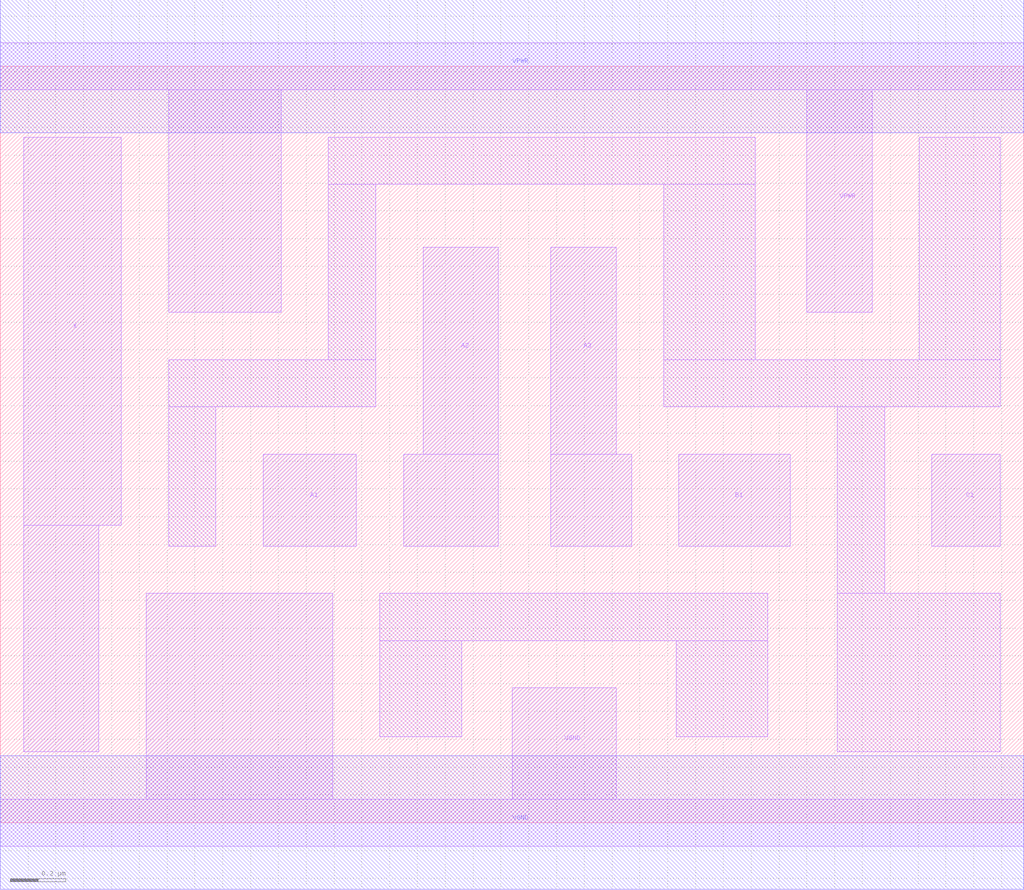
<source format=lef>
# Copyright 2020 The SkyWater PDK Authors
#
# Licensed under the Apache License, Version 2.0 (the "License");
# you may not use this file except in compliance with the License.
# You may obtain a copy of the License at
#
#     https://www.apache.org/licenses/LICENSE-2.0
#
# Unless required by applicable law or agreed to in writing, software
# distributed under the License is distributed on an "AS IS" BASIS,
# WITHOUT WARRANTIES OR CONDITIONS OF ANY KIND, either express or implied.
# See the License for the specific language governing permissions and
# limitations under the License.
#
# SPDX-License-Identifier: Apache-2.0

VERSION 5.5 ;
NAMESCASESENSITIVE ON ;
BUSBITCHARS "[]" ;
DIVIDERCHAR "/" ;
MACRO sky130_fd_sc_hd__o311a_1
  CLASS CORE ;
  SOURCE USER ;
  ORIGIN  0.000000  0.000000 ;
  SIZE  3.680000 BY  2.720000 ;
  SYMMETRY X Y R90 ;
  SITE unithd ;
  PIN A1
    ANTENNAGATEAREA  0.247500 ;
    DIRECTION INPUT ;
    USE SIGNAL ;
    PORT
      LAYER li1 ;
        RECT 0.945000 0.995000 1.280000 1.325000 ;
    END
  END A1
  PIN A2
    ANTENNAGATEAREA  0.247500 ;
    DIRECTION INPUT ;
    USE SIGNAL ;
    PORT
      LAYER li1 ;
        RECT 1.450000 0.995000 1.790000 1.325000 ;
        RECT 1.520000 1.325000 1.790000 2.070000 ;
    END
  END A2
  PIN A3
    ANTENNAGATEAREA  0.247500 ;
    DIRECTION INPUT ;
    USE SIGNAL ;
    PORT
      LAYER li1 ;
        RECT 1.980000 0.995000 2.270000 1.325000 ;
        RECT 1.980000 1.325000 2.215000 2.070000 ;
    END
  END A3
  PIN B1
    ANTENNAGATEAREA  0.247500 ;
    DIRECTION INPUT ;
    USE SIGNAL ;
    PORT
      LAYER li1 ;
        RECT 2.440000 0.995000 2.840000 1.325000 ;
    END
  END B1
  PIN C1
    ANTENNAGATEAREA  0.247500 ;
    DIRECTION INPUT ;
    USE SIGNAL ;
    PORT
      LAYER li1 ;
        RECT 3.350000 0.995000 3.595000 1.325000 ;
    END
  END C1
  PIN X
    ANTENNADIFFAREA  0.429000 ;
    DIRECTION OUTPUT ;
    USE SIGNAL ;
    PORT
      LAYER li1 ;
        RECT 0.085000 0.255000 0.355000 1.070000 ;
        RECT 0.085000 1.070000 0.435000 2.465000 ;
    END
  END X
  PIN VGND
    DIRECTION INOUT ;
    SHAPE ABUTMENT ;
    USE GROUND ;
    PORT
      LAYER li1 ;
        RECT 0.000000 -0.085000 3.680000 0.085000 ;
        RECT 0.525000  0.085000 1.195000 0.825000 ;
        RECT 1.840000  0.085000 2.215000 0.485000 ;
    END
    PORT
      LAYER met1 ;
        RECT 0.000000 -0.240000 3.680000 0.240000 ;
    END
  END VGND
  PIN VPWR
    DIRECTION INOUT ;
    SHAPE ABUTMENT ;
    USE POWER ;
    PORT
      LAYER li1 ;
        RECT 0.000000 2.635000 3.680000 2.805000 ;
        RECT 0.605000 1.835000 1.010000 2.635000 ;
        RECT 2.900000 1.835000 3.135000 2.635000 ;
    END
    PORT
      LAYER met1 ;
        RECT 0.000000 2.480000 3.680000 2.960000 ;
    END
  END VPWR
  OBS
    LAYER li1 ;
      RECT 0.605000 0.995000 0.775000 1.495000 ;
      RECT 0.605000 1.495000 1.350000 1.665000 ;
      RECT 1.180000 1.665000 1.350000 2.295000 ;
      RECT 1.180000 2.295000 2.715000 2.465000 ;
      RECT 1.365000 0.310000 1.660000 0.655000 ;
      RECT 1.365000 0.655000 2.760000 0.825000 ;
      RECT 2.385000 1.495000 3.595000 1.665000 ;
      RECT 2.385000 1.665000 2.715000 2.295000 ;
      RECT 2.430000 0.310000 2.760000 0.655000 ;
      RECT 3.010000 0.255000 3.595000 0.825000 ;
      RECT 3.010000 0.825000 3.180000 1.495000 ;
      RECT 3.305000 1.665000 3.595000 2.465000 ;
  END
END sky130_fd_sc_hd__o311a_1
END LIBRARY

</source>
